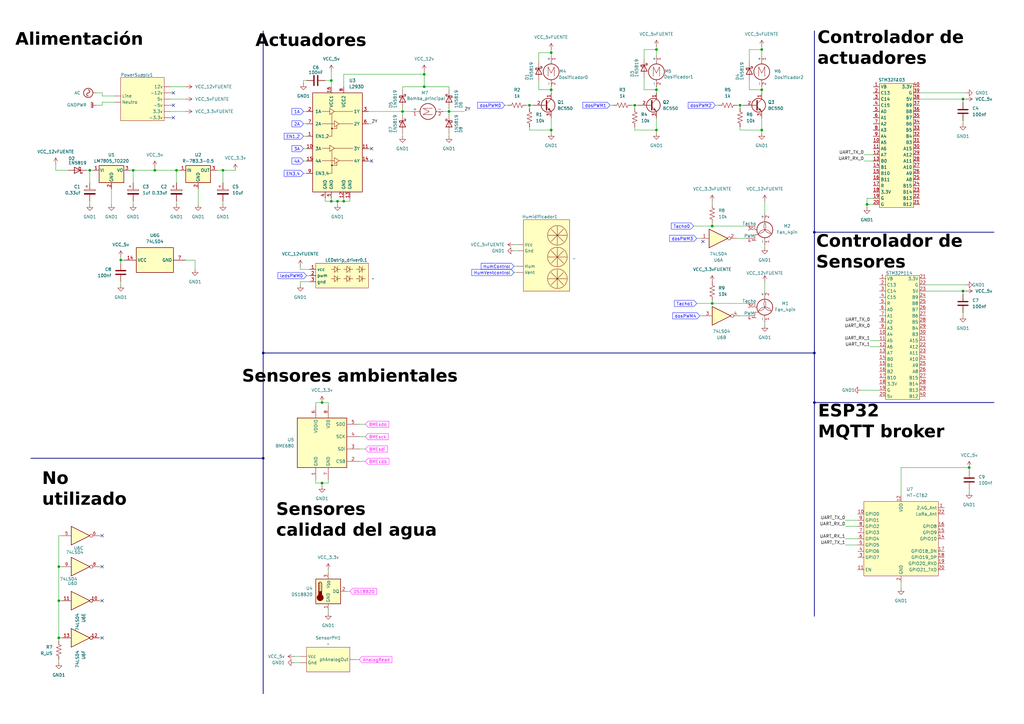
<source format=kicad_sch>
(kicad_sch (version 20231120) (generator "eeschema") (generator_version "8.0")
  (paper "A3")
  (lib_symbols
    (symbol "74xx:74LS04"
      (property "Reference" "U" (at 0 1.27 0))
      (property "Value" "74LS04" (at 0 -1.27 0))
      (symbol "74LS04_1_0"
        (pin input line (at -7.62 0 0) (length 3.81) (name "~") (number "1"))
        (pin output inverted (at 7.62 0 180) (length 3.81) (name "~") (number "2"))
      )
      (symbol "74LS04_2_0"
        (pin input line (at -7.62 0 0) (length 3.81) (name "~") (number "3"))
        (pin output inverted (at 7.62 0 180) (length 3.81) (name "~") (number "4"))
      )
      (symbol "74LS04_3_0"
        (pin input line (at -7.62 0 0) (length 3.81) (name "~") (number "5"))
        (pin output inverted (at 7.62 0 180) (length 3.81) (name "~") (number "6"))
      )
      (symbol "74LS04_4_0"
        (pin output inverted (at 7.62 0 180) (length 3.81) (name "~") (number "8"))
        (pin input line (at -7.62 0 0) (length 3.81) (name "~") (number "9"))
      )
      (symbol "74LS04_5_0"
        (pin output inverted (at 7.62 0 180) (length 3.81) (name "~") (number "10"))
        (pin input line (at -7.62 0 0) (length 3.81) (name "~") (number "11"))
      )
      (symbol "74LS04_6_0"
        (pin output inverted (at 7.62 0 180) (length 3.81) (name "~") (number "12"))
        (pin input line (at -7.62 0 0) (length 3.81) (name "~") (number "13"))
      )
      (symbol "74LS04_7_0"
        (pin power_in line (at 0 12.7 270) (length 5.08) (name "VCC") (number "14"))
        (pin power_in line (at 0 -12.7 90) (length 5.08) (name "GND") (number "7"))
      )
    )
    (symbol "Device:C" (pin_numbers hide) (pin_names (offset 0.254))
      (property "Reference" "C" (at 0.635 2.54 0))
      (property "Value" "C" (at 0.635 -2.54 0))
      (symbol "C_1_1"
        (pin passive line (at 0 3.81 270) (length 2.794) (name "~") (number "1"))
        (pin passive line (at 0 -3.81 90) (length 2.794) (name "~") (number "2"))
      )
    )
    (symbol "Device:C_Polarized" (pin_numbers hide) (pin_names (offset 0.254))
      (property "Reference" "C" (at 0.635 2.54 0))
      (property "Value" "C_Polarized" (at 0.635 -2.54 0))
      (symbol "C_Polarized_1_1"
        (pin passive line (at 0 3.81 270) (length 2.794) (name "~") (number "1"))
        (pin passive line (at 0 -3.81 90) (length 2.794) (name "~") (number "2"))
      )
    )
    (symbol "Device:R_US" (pin_numbers hide) (pin_names (offset 0))
      (property "Reference" "R" (at 2.54 0 90))
      (property "Value" "R_US" (at -2.54 0 90))
      (symbol "R_US_1_1"
        (pin passive line (at 0 3.81 270) (length 1.27) (name "~") (number "1"))
        (pin passive line (at 0 -3.81 90) (length 1.27) (name "~") (number "2"))
      )
    )
    (symbol "Diode:1N5819" (pin_numbers hide) (pin_names (offset 1.016) hide)
      (property "Reference" "D" (at 0 2.54 0))
      (property "Value" "1N5819" (at 0 -2.54 0))
      (symbol "1N5819_1_1"
        (pin passive line (at -3.81 0 0) (length 2.54) (name "K") (number "1"))
        (pin passive line (at 3.81 0 180) (length 2.54) (name "A") (number "2"))
      )
    )
    (symbol "Driver_Motor:L293D" (pin_names (offset 1.016))
      (property "Reference" "U" (at -5.08 26.035 0))
      (property "Value" "L293D" (at -5.08 24.13 0))
      (symbol "L293D_1_1"
        (pin input line (at -12.7 5.08 0) (length 2.54) (name "EN1,2") (number "1"))
        (pin input line (at -12.7 0 0) (length 2.54) (name "3A") (number "10"))
        (pin output line (at 12.7 0 180) (length 2.54) (name "3Y") (number "11"))
        (pin power_in line (at 2.54 -20.32 90) (length 2.54) (name "GND") (number "12"))
        (pin power_in line (at 5.08 -20.32 90) (length 2.54) (name "GND") (number "13"))
        (pin output line (at 12.7 -5.08 180) (length 2.54) (name "4Y") (number "14"))
        (pin input line (at -12.7 -5.08 0) (length 2.54) (name "4A") (number "15"))
        (pin power_in line (at -2.54 25.4 270) (length 2.54) (name "VCC1") (number "16"))
        (pin input line (at -12.7 15.24 0) (length 2.54) (name "1A") (number "2"))
        (pin output line (at 12.7 15.24 180) (length 2.54) (name "1Y") (number "3"))
        (pin power_in line (at -5.08 -20.32 90) (length 2.54) (name "GND") (number "4"))
        (pin power_in line (at -2.54 -20.32 90) (length 2.54) (name "GND") (number "5"))
        (pin output line (at 12.7 10.16 180) (length 2.54) (name "2Y") (number "6"))
        (pin input line (at -12.7 10.16 0) (length 2.54) (name "2A") (number "7"))
        (pin power_in line (at 2.54 25.4 270) (length 2.54) (name "VCC2") (number "8"))
        (pin input line (at -12.7 -10.16 0) (length 2.54) (name "EN3,4") (number "9"))
      )
    )
    (symbol "Motor:Fan_4pin" (pin_names (offset 0))
      (property "Reference" "M" (at 2.54 5.08 0))
      (property "Value" "Fan_4pin" (at 2.54 -2.54 0))
      (symbol "Fan_4pin_1_1"
        (pin passive line (at 0 -5.08 90) (length 2.54) (name "-") (number "1"))
        (pin passive line (at 0 7.62 270) (length 2.54) (name "+") (number "2"))
        (pin passive line (at -7.62 2.54 0) (length 2.54) (name "Tacho") (number "3"))
        (pin input line (at -7.62 -2.54 0) (length 2.54) (name "PWM") (number "4"))
      )
    )
    (symbol "Motor:Motor_DC" (pin_names (offset 0))
      (property "Reference" "M" (at 2.54 2.54 0))
      (property "Value" "Motor_DC" (at 2.54 -5.08 0))
      (symbol "Motor_DC_1_1"
        (pin passive line (at 0 5.08 270) (length 2.54) (name "+") (number "1"))
        (pin passive line (at 0 -7.62 90) (length 2.54) (name "-") (number "2"))
      )
    )
    (symbol "RF_Module:HT-CT62"
      (property "Reference" "U" (at 0 0 0))
      (property "Value" "HT-CT62" (at 10.16 17.78 0))
      (symbol "HT-CT62_1_1"
        (pin bidirectional line (at 17.78 12.7 180) (length 2.54) (name "2.4G_Ant") (number "1"))
        (pin bidirectional line (at -17.78 10.16 0) (length 2.54) (name "GPIO0") (number "10"))
        (pin input line (at -17.78 -12.7 0) (length 2.54) (name "EN") (number "11"))
        (pin power_in line (at 0 17.78 270) (length 2.54) (name "VDD") (number "12"))
        (pin passive line (at 0 -17.78 90) (length 2.54) hide (name "GND") (number "13"))
        (pin bidirectional line (at 17.78 0 180) (length 2.54) (name "GPIO10") (number "14"))
        (pin bidirectional line (at 17.78 2.54 180) (length 2.54) (name "GPIO9") (number "15"))
        (pin bidirectional line (at 17.78 5.08 180) (length 2.54) (name "GPIO8") (number "16"))
        (pin bidirectional line (at 17.78 -5.08 180) (length 2.54) (name "GPIO18_DN") (number "17"))
        (pin bidirectional line (at 17.78 -7.62 180) (length 2.54) (name "GPIO19_DP") (number "18"))
        (pin bidirectional line (at 17.78 -10.16 180) (length 2.54) (name "GPIO20_RXD") (number "19"))
        (pin power_in line (at 0 -17.78 90) (length 2.54) (name "GND") (number "2"))
        (pin bidirectional line (at 17.78 -12.7 180) (length 2.54) (name "GPIO21_TXD") (number "20"))
        (pin passive line (at 0 -17.78 90) (length 2.54) hide (name "GND") (number "21"))
        (pin bidirectional line (at 17.78 10.16 180) (length 2.54) (name "LoRa_Ant") (number "22"))
        (pin bidirectional line (at -17.78 -7.62 0) (length 2.54) (name "GPIO7") (number "3"))
        (pin bidirectional line (at -17.78 -5.08 0) (length 2.54) (name "GPIO6") (number "4"))
        (pin bidirectional line (at -17.78 -2.54 0) (length 2.54) (name "GPIO5") (number "5"))
        (pin bidirectional line (at -17.78 0 0) (length 2.54) (name "GPIO4") (number "6"))
        (pin bidirectional line (at -17.78 2.54 0) (length 2.54) (name "GPIO3") (number "7"))
        (pin bidirectional line (at -17.78 5.08 0) (length 2.54) (name "GPIO2") (number "8"))
        (pin bidirectional line (at -17.78 7.62 0) (length 2.54) (name "GPIO1") (number "9"))
      )
    )
    (symbol "Regulator_Linear:LM7805_TO220" (pin_names (offset 0.254))
      (property "Reference" "U" (at -3.81 3.175 0))
      (property "Value" "LM7805_TO220" (at 0 3.175 0))
      (symbol "LM7805_TO220_1_1"
        (pin power_in line (at -7.62 0 0) (length 2.54) (name "VI") (number "1"))
        (pin power_in line (at 0 -7.62 90) (length 2.54) (name "GND") (number "2"))
        (pin power_out line (at 7.62 0 180) (length 2.54) (name "VO") (number "3"))
      )
    )
    (symbol "Regulator_Switching:R-783.3-0.5" (pin_names (offset 0.254))
      (property "Reference" "U" (at -3.81 3.175 0))
      (property "Value" "R-783.3-0.5" (at 0 3.175 0))
      (symbol "R-783.3-0.5_1_1"
        (pin power_in line (at -7.62 0 0) (length 2.54) (name "IN") (number "1"))
        (pin power_in line (at 0 -7.62 90) (length 2.54) (name "GND") (number "2"))
        (pin power_out line (at 7.62 0 180) (length 2.54) (name "OUT") (number "3"))
      )
    )
    (symbol "Sensor:BME680"
      (property "Reference" "U" (at -8.89 11.43 0))
      (property "Value" "BME680" (at 7.62 11.43 0))
      (symbol "BME680_1_1"
        (pin power_in line (at -2.54 -15.24 90) (length 5.08) (name "GND") (number "1"))
        (pin input line (at 15.24 -7.62 180) (length 5.08) (name "CSB") (number "2"))
        (pin bidirectional line (at 15.24 -2.54 180) (length 5.08) (name "SDI") (number "3"))
        (pin input line (at 15.24 2.54 180) (length 5.08) (name "SCK") (number "4"))
        (pin bidirectional line (at 15.24 7.62 180) (length 5.08) (name "SDO") (number "5"))
        (pin power_in line (at -2.54 15.24 270) (length 5.08) (name "VDDIO") (number "6"))
        (pin power_in line (at 2.54 -15.24 90) (length 5.08) (name "GND") (number "7"))
        (pin power_in line (at 2.54 15.24 270) (length 5.08) (name "VDD") (number "8"))
      )
    )
    (symbol "Sensor_Temperature:DS18B20"
      (property "Reference" "U" (at -3.81 6.35 0))
      (property "Value" "DS18B20" (at 6.35 6.35 0))
      (symbol "DS18B20_1_1"
        (pin power_in line (at 0 -7.62 90) (length 2.54) (name "GND") (number "1"))
        (pin bidirectional line (at 7.62 0 180) (length 2.54) (name "DQ") (number "2"))
        (pin power_in line (at 0 7.62 270) (length 2.54) (name "V_{DD}") (number "3"))
      )
    )
    (symbol "Transistor_BJT:BC550" (pin_names (offset 0) hide)
      (property "Reference" "Q" (at 5.08 1.905 0))
      (property "Value" "BC550" (at 5.08 0 0))
      (symbol "BC550_1_1"
        (pin passive line (at 2.54 5.08 270) (length 2.54) (name "C") (number "1"))
        (pin input line (at -5.08 0 0) (length 5.08) (name "B") (number "2"))
        (pin passive line (at 2.54 -5.08 90) (length 2.54) (name "E") (number "3"))
      )
    )
    (symbol "blackpill:STM32F144"
      (property "Reference" "MCU" (at 0 0 0))
      (symbol "STM32F144_1_1"
        (pin power_in line (at -8.89 -2.54 0) (length 2.54) (name "VB") (number "1"))
        (pin bidirectional line (at -8.89 -25.4 0) (length 2.54) (name "A4") (number "10"))
        (pin bidirectional line (at -8.89 -27.94 0) (length 2.54) (name "A5") (number "11"))
        (pin bidirectional line (at -8.89 -30.48 0) (length 2.54) (name "A6") (number "12"))
        (pin bidirectional line (at -8.89 -33.02 0) (length 2.54) (name "A7") (number "13"))
        (pin bidirectional line (at -8.89 -35.56 0) (length 2.54) (name "B0") (number "14"))
        (pin bidirectional line (at -8.89 -38.1 0) (length 2.54) (name "B1") (number "15"))
        (pin bidirectional line (at -8.89 -40.64 0) (length 2.54) (name "B2") (number "16"))
        (pin bidirectional line (at -8.89 -43.18 0) (length 2.54) (name "B10") (number "17"))
        (pin power_in line (at -8.89 -45.72 0) (length 2.54) (name "3.3V") (number "18"))
        (pin power_in line (at -8.89 -48.26 0) (length 2.54) (name "G") (number "19"))
        (pin bidirectional line (at -8.89 -5.08 0) (length 2.54) (name "C13") (number "2"))
        (pin power_in line (at -8.89 -50.8 0) (length 2.54) (name "5v") (number "20"))
        (pin power_in line (at 10.16 -2.54 180) (length 2.54) (name "3.3V") (number "21"))
        (pin bidirectional line (at 10.16 -27.94 180) (length 2.54) (name "A15") (number "21"))
        (pin bidirectional line (at 10.16 -30.48 180) (length 2.54) (name "A12") (number "22"))
        (pin power_in line (at 10.16 -5.08 180) (length 2.54) (name "G") (number "22"))
        (pin power_in line (at 10.16 -7.62 180) (length 2.54) (name "5V") (number "23"))
        (pin bidirectional line (at 10.16 -33.02 180) (length 2.54) (name "A11") (number "23"))
        (pin bidirectional line (at 10.16 -35.56 180) (length 2.54) (name "A10") (number "24"))
        (pin bidirectional line (at 10.16 -10.16 180) (length 2.54) (name "B9") (number "24"))
        (pin bidirectional line (at 10.16 -38.1 180) (length 2.54) (name "A9") (number "25"))
        (pin bidirectional line (at 10.16 -12.7 180) (length 2.54) (name "B8") (number "25"))
        (pin bidirectional line (at 10.16 -40.64 180) (length 2.54) (name "A8") (number "26"))
        (pin bidirectional line (at 10.16 -15.24 180) (length 2.54) (name "B7") (number "26"))
        (pin bidirectional line (at 10.16 -43.18 180) (length 2.54) (name "B15") (number "27"))
        (pin bidirectional line (at 10.16 -17.78 180) (length 2.54) (name "B6") (number "27"))
        (pin bidirectional line (at 10.16 -45.72 180) (length 2.54) (name "B14") (number "28"))
        (pin bidirectional line (at 10.16 -20.32 180) (length 2.54) (name "B5") (number "28"))
        (pin bidirectional line (at 10.16 -48.26 180) (length 2.54) (name "B13") (number "29"))
        (pin bidirectional line (at 10.16 -22.86 180) (length 2.54) (name "B4") (number "29"))
        (pin bidirectional line (at -8.89 -7.62 0) (length 2.54) (name "C14") (number "3"))
        (pin bidirectional line (at 10.16 -25.4 180) (length 2.54) (name "B3") (number "30"))
        (pin bidirectional line (at -8.89 -10.16 0) (length 2.54) (name "C15") (number "4"))
        (pin bidirectional line (at 10.16 -50.8 180) (length 2.54) (name "B12") (number "40"))
        (pin input line (at -8.89 -12.7 0) (length 2.54) (name "R") (number "5"))
        (pin bidirectional line (at -8.89 -15.24 0) (length 2.54) (name "A0") (number "6"))
        (pin bidirectional line (at -8.89 -17.78 0) (length 2.54) (name "A1") (number "7"))
        (pin bidirectional line (at -8.89 -20.32 0) (length 2.54) (name "A2") (number "8"))
        (pin bidirectional line (at -8.89 -22.86 0) (length 2.54) (name "A3") (number "9"))
      )
    )
    (symbol "bluepill:STM32F103C8T6_bluepill"
      (property "Reference" "bluepill1" (at 1.905 24.13 0))
      (property "Value" "~" (at 1.905 21.59 0))
      (symbol "STM32F103C8T6_bluepill_1_1"
        (pin power_in line (at -7.62 19.05 0) (length 2.54) (name "VB") (number "1"))
        (pin bidirectional line (at -7.62 -3.81 0) (length 2.54) (name "A5") (number "10"))
        (pin bidirectional line (at -7.62 -6.35 0) (length 2.54) (name "A6") (number "11"))
        (pin bidirectional line (at -7.62 -8.89 0) (length 2.54) (name "A7") (number "12"))
        (pin bidirectional line (at -7.62 -11.43 0) (length 2.54) (name "B0") (number "13"))
        (pin bidirectional line (at -7.62 -13.97 0) (length 2.54) (name "B1") (number "14"))
        (pin bidirectional line (at -7.62 -16.51 0) (length 2.54) (name "B10") (number "15"))
        (pin bidirectional line (at -7.62 -19.05 0) (length 2.54) (name "B11") (number "16"))
        (pin input line (at -7.62 -21.59 0) (length 2.54) (name "R") (number "17"))
        (pin power_in line (at -7.62 -24.13 0) (length 2.54) (name "3.3V") (number "18"))
        (pin power_in line (at -7.62 -26.67 0) (length 2.54) (name "G") (number "19"))
        (pin bidirectional line (at -7.62 16.51 0) (length 2.54) (name "C13") (number "2"))
        (pin power_in line (at -7.62 -29.21 0) (length 2.54) (name "G") (number "20"))
        (pin bidirectional line (at 11.43 -29.21 180) (length 2.54) (name "B12") (number "21"))
        (pin bidirectional line (at 11.43 -26.67 180) (length 2.54) (name "B13") (number "22"))
        (pin bidirectional line (at 11.43 -24.13 180) (length 2.54) (name "B14") (number "23"))
        (pin bidirectional line (at 11.43 -21.59 180) (length 2.54) (name "B15") (number "24"))
        (pin bidirectional line (at 11.43 -19.05 180) (length 2.54) (name "A8") (number "25"))
        (pin bidirectional line (at 11.43 -16.51 180) (length 2.54) (name "A9") (number "26"))
        (pin bidirectional line (at 11.43 -13.97 180) (length 2.54) (name "A10") (number "27"))
        (pin bidirectional line (at 11.43 -11.43 180) (length 2.54) (name "A11") (number "28"))
        (pin bidirectional line (at 11.43 -8.89 180) (length 2.54) (name "A12") (number "29"))
        (pin bidirectional line (at -7.62 13.97 0) (length 2.54) (name "C14") (number "3"))
        (pin bidirectional line (at 11.43 -6.35 180) (length 2.54) (name "A15") (number "30"))
        (pin bidirectional line (at 11.43 -3.81 180) (length 2.54) (name "B3") (number "31"))
        (pin bidirectional line (at 11.43 -1.27 180) (length 2.54) (name "B4") (number "32"))
        (pin bidirectional line (at 11.43 1.27 180) (length 2.54) (name "B5") (number "33"))
        (pin bidirectional line (at 11.43 3.81 180) (length 2.54) (name "B6") (number "34"))
        (pin bidirectional line (at 11.43 6.35 180) (length 2.54) (name "B7") (number "35"))
        (pin bidirectional line (at 11.43 8.89 180) (length 2.54) (name "B8") (number "36"))
        (pin bidirectional line (at 11.43 11.43 180) (length 2.54) (name "B9") (number "37"))
        (pin power_in line (at 11.43 13.97 180) (length 2.54) (name "5V") (number "38"))
        (pin power_in line (at 11.43 16.51 180) (length 2.54) (name "G") (number "39"))
        (pin bidirectional line (at -7.62 11.43 0) (length 2.54) (name "C15") (number "4"))
        (pin power_in line (at 11.43 19.05 180) (length 2.54) (name "3.3V") (number "40"))
        (pin bidirectional line (at -7.62 8.89 0) (length 2.54) (name "A0") (number "5"))
        (pin bidirectional line (at -7.62 6.35 0) (length 2.54) (name "A1") (number "6"))
        (pin bidirectional line (at -7.62 3.81 0) (length 2.54) (name "A2") (number "7"))
        (pin bidirectional line (at -7.62 1.27 0) (length 2.54) (name "A3") (number "8"))
        (pin bidirectional line (at -7.62 -1.27 0) (length 2.54) (name "A4") (number "9"))
      )
    )
    (symbol "power:AC" (power) (pin_numbers hide) (pin_names (offset 0) hide)
      (property "Value" "AC" (at 0 6.35 0))
      (symbol "AC_1_1"
        (pin power_in line (at 0 0 90) (length 0) (name "~") (number "1"))
      )
    )
    (symbol "power:GND1" (power) (pin_numbers hide) (pin_names (offset 0) hide)
      (property "Value" "GND1" (at 0 -3.81 0))
      (symbol "GND1_1_1"
        (pin power_in line (at 0 0 270) (length 0) (name "~") (number "1"))
      )
    )
    (symbol "power:GNDPWR" (power) (pin_numbers hide) (pin_names (offset 0) hide)
      (property "Value" "GNDPWR" (at 0 -3.302 0))
      (symbol "GNDPWR_1_1"
        (pin power_in line (at 0 0 270) (length 0) (name "~") (number "1"))
      )
    )
    (symbol "power:VCC" (power) (pin_numbers hide) (pin_names (offset 0) hide)
      (property "Value" "VCC" (at 0 3.556 0))
      (symbol "VCC_1_1"
        (pin power_in line (at 0 0 90) (length 0) (name "~") (number "1"))
      )
    )
    (symbol "proyectoLechuga:DriverLEDsV0.0"
      (property "Reference" "LEDstrip_driver0.0" (at 3.048 -0.254 0))
      (symbol "DriverLEDsV0.0_1_1"
        (pin power_in line (at -10.16 -3.81 0) (length 2.54) (name "vcc") (number "1"))
        (pin input line (at -10.16 -6.35 0) (length 2.54) (name "pwm") (number "2"))
        (pin power_in line (at -10.16 -8.89 0) (length 2.54) (name "gnd") (number "3"))
      )
    )
    (symbol "proyectoLechuga:FuenteAlimentación0.0"
      (property "Reference" "PowerSupply" (at 0 -1.524 0))
      (symbol "FuenteAlimentación0.0_1_1"
        (pin output line (at 13.97 -6.35 180) (length 2.54) (name "-12v") (number ""))
        (pin output line (at 13.97 -16.51 180) (length 2.54) (name "-3.3v") (number ""))
        (pin output line (at 13.97 -11.43 180) (length 2.54) (name "-5v") (number ""))
        (pin output line (at 13.97 -3.81 180) (length 2.54) (name "12v") (number ""))
        (pin output line (at 13.97 -13.97 180) (length 2.54) (name "3.3v") (number ""))
        (pin output line (at 13.97 -8.89 180) (length 2.54) (name "5v") (number ""))
        (pin power_in line (at -8.89 -7.62 0) (length 2.54) (name "Line") (number ""))
        (pin power_in line (at -8.89 -10.16 0) (length 2.54) (name "Neutro") (number ""))
      )
    )
    (symbol "proyectoLechuga:Humidificadores-Ventilador"
      (property "Reference" "Humidificador" (at 0.508 -0.254 0))
      (symbol "Humidificadores-Ventilador_1_1"
        (pin power_in line (at -8.89 -11.43 0) (length 2.54) (name "Gnd") (number ""))
        (pin input line (at -8.89 -17.78 0) (length 2.54) (name "Hum") (number ""))
        (pin power_in line (at -8.89 -8.89 0) (length 2.54) (name "Vcc") (number ""))
        (pin input line (at -8.89 -20.32 0) (length 2.54) (name "Vent") (number ""))
      )
    )
    (symbol "proyectoLechuga:PHsensorModulo0.0"
      (property "Reference" "SensorPH" (at 0 -1.27 0))
      (symbol "PHsensorModulo0.0_1_1"
        (pin power_in line (at -11.43 -6.35 0) (length 2.54) (name "Gnd") (number ""))
        (pin power_in line (at -11.43 -3.81 0) (length 2.54) (name "Vcc") (number ""))
        (pin output line (at 11.43 -5.08 180) (length 2.54) (name "phAnalogOut") (number ""))
      )
    )
  )
  (junction (at 107.95 187.96))
  (junction (at 173.99 30.48))
  (junction (at 135.89 33.02))
  (junction (at 72.39 69.85))
  (junction (at 24.13 261.62))
  (junction (at 24.13 232.41))
  (junction (at 292.1 124.46))
  (junction (at 165.1 45.72))
  (junction (at 394.97 119.38))
  (junction (at 394.97 40.64))
  (junction (at 132.08 198.12))
  (junction (at 226.06 53.34))
  (junction (at 138.43 82.55))
  (junction (at 269.24 36.83))
  (junction (at 312.42 36.83))
  (junction (at 135.89 82.55))
  (junction (at 49.53 106.68))
  (junction (at 334.01 165.1))
  (junction (at 269.24 20.32))
  (junction (at 397.51 191.77))
  (junction (at 260.35 43.18))
  (junction (at 312.42 20.32))
  (junction (at 132.08 165.1))
  (junction (at 140.97 82.55))
  (junction (at 184.15 45.72))
  (junction (at 355.6 83.82))
  (junction (at 63.5 69.85))
  (junction (at 36.83 69.85))
  (junction (at 226.06 36.83))
  (junction (at 269.24 53.34))
  (junction (at 54.61 69.85))
  (junction (at 334.01 144.78))
  (junction (at 107.95 144.78))
  (junction (at 334.01 95.25))
  (junction (at 312.42 53.34))
  (junction (at 292.1 92.71))
  (junction (at 24.13 246.38))
  (junction (at 173.99 35.56))
  (junction (at 303.53 43.18))
  (junction (at 226.06 21.59))
  (junction (at 91.44 69.85))
  (junction (at 217.17 43.18))
  (no_connect (at 71.12 38.1))
  (no_connect (at 71.12 43.18))
  (no_connect (at 152.4 66.04))
  (no_connect (at 41.91 261.62))
  (no_connect (at 288.29 99.06))
  (no_connect (at 41.91 232.41))
  (no_connect (at 41.91 246.38))
  (no_connect (at 41.91 219.71))
  (no_connect (at 71.12 48.26))
  (no_connect (at 152.4 60.96))
  (wire (pts (xy 356.87 142.24) (xy 360.68 142.24)))
  (wire (pts (xy 220.98 21.59) (xy 226.06 21.59)))
  (wire (pts (xy 41.91 39.37) (xy 41.91 38.1)))
  (wire (pts (xy 312.42 53.34) (xy 312.42 48.26)))
  (wire (pts (xy 302.26 43.18) (xy 303.53 43.18)))
  (bus (pts (xy 334.01 165.1) (xy 334.01 252.73)))
  (wire (pts (xy 379.73 119.38) (xy 394.97 119.38)))
  (wire (pts (xy 292.1 123.19) (xy 292.1 124.46)))
  (wire (pts (xy 307.34 36.83) (xy 312.42 36.83)))
  (wire (pts (xy 312.42 19.05) (xy 312.42 20.32)))
  (wire (pts (xy 133.35 33.02) (xy 135.89 33.02)))
  (wire (pts (xy 127 115.57) (xy 123.19 115.57)))
  (wire (pts (xy 54.61 82.55) (xy 54.61 83.82)))
  (wire (pts (xy 264.16 31.75) (xy 264.16 36.83)))
  (wire (pts (xy 215.9 43.18) (xy 217.17 43.18)))
  (wire (pts (xy 151.13 45.72) (xy 165.1 45.72)))
  (wire (pts (xy 124.46 50.8) (xy 125.73 50.8)))
  (wire (pts (xy 132.08 165.1) (xy 134.62 165.1)))
  (wire (pts (xy 133.35 81.28) (xy 133.35 82.55)))
  (wire (pts (xy 36.83 69.85) (xy 36.83 74.93)))
  (wire (pts (xy 226.06 48.26) (xy 226.06 53.34)))
  (wire (pts (xy 184.15 54.61) (xy 184.15 55.88)))
  (wire (pts (xy 138.43 82.55) (xy 140.97 82.55)))
  (bus (pts (xy 107.95 144.78) (xy 334.01 144.78)))
  (bus (pts (xy 107.95 144.78) (xy 107.95 187.96)))
  (wire (pts (xy 260.35 43.18) (xy 260.35 44.45)))
  (wire (pts (xy 226.06 54.61) (xy 226.06 53.34)))
  (wire (pts (xy 123.19 109.22) (xy 123.19 110.49)))
  (wire (pts (xy 220.98 36.83) (xy 226.06 36.83)))
  (wire (pts (xy 210.82 102.87) (xy 212.09 102.87)))
  (wire (pts (xy 25.4 261.62) (xy 24.13 261.62)))
  (wire (pts (xy 146.05 270.51) (xy 147.32 270.51)))
  (wire (pts (xy 124.46 55.88) (xy 125.73 55.88)))
  (wire (pts (xy 184.15 44.45) (xy 184.15 45.72)))
  (wire (pts (xy 124.46 71.12) (xy 125.73 71.12)))
  (wire (pts (xy 210.82 111.76) (xy 212.09 111.76)))
  (wire (pts (xy 36.83 82.55) (xy 36.83 83.82)))
  (wire (pts (xy 346.71 220.98) (xy 351.79 220.98)))
  (wire (pts (xy 124.46 33.02) (xy 124.46 34.29)))
  (wire (pts (xy 124.46 60.96) (xy 125.73 60.96)))
  (wire (pts (xy 220.98 33.02) (xy 220.98 36.83)))
  (bus (pts (xy 107.95 187.96) (xy 107.95 284.48)))
  (wire (pts (xy 54.61 69.85) (xy 54.61 74.93)))
  (wire (pts (xy 313.69 115.57) (xy 313.69 119.38)))
  (wire (pts (xy 396.24 40.64) (xy 394.97 40.64)))
  (wire (pts (xy 135.89 29.21) (xy 135.89 33.02)))
  (wire (pts (xy 260.35 53.34) (xy 269.24 53.34)))
  (wire (pts (xy 124.46 66.04) (xy 125.73 66.04)))
  (wire (pts (xy 129.54 165.1) (xy 132.08 165.1)))
  (wire (pts (xy 72.39 82.55) (xy 72.39 83.82)))
  (wire (pts (xy 133.35 82.55) (xy 135.89 82.55)))
  (wire (pts (xy 397.51 201.93) (xy 397.51 200.66)))
  (wire (pts (xy 226.06 35.56) (xy 226.06 36.83)))
  (wire (pts (xy 353.06 160.02) (xy 360.68 160.02)))
  (wire (pts (xy 76.2 106.68) (xy 80.01 106.68)))
  (wire (pts (xy 173.99 30.48) (xy 173.99 35.56)))
  (wire (pts (xy 22.86 67.31) (xy 22.86 69.85)))
  (wire (pts (xy 394.97 120.65) (xy 394.97 119.38)))
  (wire (pts (xy 165.1 35.56) (xy 165.1 36.83)))
  (wire (pts (xy 394.97 129.54) (xy 394.97 128.27)))
  (wire (pts (xy 354.33 66.04) (xy 358.14 66.04)))
  (wire (pts (xy 226.06 38.1) (xy 226.06 36.83)))
  (wire (pts (xy 269.24 36.83) (xy 269.24 38.1)))
  (wire (pts (xy 264.16 20.32) (xy 269.24 20.32)))
  (wire (pts (xy 269.24 53.34) (xy 269.24 54.61)))
  (wire (pts (xy 220.98 25.4) (xy 220.98 21.59)))
  (wire (pts (xy 24.13 232.41) (xy 25.4 232.41)))
  (wire (pts (xy 307.34 33.02) (xy 307.34 36.83)))
  (wire (pts (xy 134.62 233.68) (xy 134.62 234.95)))
  (wire (pts (xy 269.24 20.32) (xy 269.24 22.86)))
  (wire (pts (xy 41.91 261.62) (xy 40.64 261.62)))
  (bus (pts (xy 334.01 95.25) (xy 334.01 144.78)))
  (wire (pts (xy 147.32 173.99) (xy 149.86 173.99)))
  (wire (pts (xy 303.53 52.07) (xy 303.53 53.34)))
  (wire (pts (xy 354.33 63.5) (xy 358.14 63.5)))
  (wire (pts (xy 147.32 189.23) (xy 149.86 189.23)))
  (wire (pts (xy 123.19 115.57) (xy 123.19 116.84)))
  (wire (pts (xy 25.4 246.38) (xy 24.13 246.38)))
  (wire (pts (xy 377.19 40.64) (xy 394.97 40.64)))
  (wire (pts (xy 134.62 250.19) (xy 134.62 251.46)))
  (wire (pts (xy 152.4 60.96) (xy 151.13 60.96)))
  (wire (pts (xy 71.12 48.26) (xy 69.85 48.26)))
  (bus (pts (xy 334.01 144.78) (xy 334.01 165.1)))
  (wire (pts (xy 369.57 238.76) (xy 369.57 241.3)))
  (wire (pts (xy 184.15 45.72) (xy 190.5 45.72)))
  (wire (pts (xy 132.08 198.12) (xy 134.62 198.12)))
  (wire (pts (xy 210.82 100.33) (xy 212.09 100.33)))
  (wire (pts (xy 312.42 35.56) (xy 312.42 36.83)))
  (wire (pts (xy 287.02 129.54) (xy 288.29 129.54)))
  (wire (pts (xy 217.17 43.18) (xy 217.17 44.45)))
  (wire (pts (xy 184.15 35.56) (xy 184.15 36.83)))
  (wire (pts (xy 307.34 20.32) (xy 307.34 25.4)))
  (wire (pts (xy 173.99 35.56) (xy 184.15 35.56)))
  (wire (pts (xy 138.43 82.55) (xy 138.43 83.82)))
  (wire (pts (xy 39.37 43.18) (xy 41.91 43.18)))
  (wire (pts (xy 269.24 48.26) (xy 269.24 53.34)))
  (wire (pts (xy 140.97 81.28) (xy 140.97 82.55)))
  (wire (pts (xy 302.26 97.79) (xy 306.07 97.79)))
  (wire (pts (xy 396.24 119.38) (xy 394.97 119.38)))
  (wire (pts (xy 24.13 261.62) (xy 24.13 262.89)))
  (wire (pts (xy 69.85 45.72) (xy 76.2 45.72)))
  (wire (pts (xy 73.66 69.85) (xy 72.39 69.85)))
  (wire (pts (xy 49.53 106.68) (xy 49.53 105.41)))
  (wire (pts (xy 303.53 43.18) (xy 303.53 44.45)))
  (wire (pts (xy 356.87 139.7) (xy 360.68 139.7)))
  (wire (pts (xy 284.48 92.71) (xy 292.1 92.71)))
  (wire (pts (xy 250.19 43.18) (xy 251.46 43.18)))
  (wire (pts (xy 217.17 43.18) (xy 218.44 43.18)))
  (wire (pts (xy 355.6 83.82) (xy 355.6 85.09)))
  (bus (pts (xy 334.01 165.1) (xy 407.67 165.1)))
  (wire (pts (xy 140.97 30.48) (xy 173.99 30.48)))
  (wire (pts (xy 165.1 45.72) (xy 168.91 45.72)))
  (wire (pts (xy 313.69 100.33) (xy 313.69 101.6)))
  (wire (pts (xy 140.97 35.56) (xy 140.97 30.48)))
  (wire (pts (xy 292.1 124.46) (xy 306.07 124.46)))
  (wire (pts (xy 49.53 116.84) (xy 49.53 115.57)))
  (wire (pts (xy 50.8 106.68) (xy 49.53 106.68)))
  (wire (pts (xy 71.12 43.18) (xy 69.85 43.18)))
  (wire (pts (xy 303.53 129.54) (xy 306.07 129.54)))
  (wire (pts (xy 165.1 54.61) (xy 165.1 55.88)))
  (bus (pts (xy 12.7 187.96) (xy 107.95 187.96)))
  (wire (pts (xy 134.62 166.37) (xy 134.62 165.1)))
  (wire (pts (xy 313.69 82.55) (xy 313.69 87.63)))
  (wire (pts (xy 173.99 29.21) (xy 173.99 30.48)))
  (wire (pts (xy 152.4 66.04) (xy 151.13 66.04)))
  (wire (pts (xy 24.13 270.51) (xy 24.13 271.78)))
  (wire (pts (xy 259.08 43.18) (xy 260.35 43.18)))
  (wire (pts (xy 369.57 191.77) (xy 397.51 191.77)))
  (bus (pts (xy 334.01 12.7) (xy 334.01 95.25)))
  (wire (pts (xy 260.35 43.18) (xy 261.62 43.18)))
  (wire (pts (xy 35.56 69.85) (xy 36.83 69.85)))
  (wire (pts (xy 54.61 69.85) (xy 63.5 69.85)))
  (wire (pts (xy 147.32 184.15) (xy 149.86 184.15)))
  (wire (pts (xy 210.82 109.22) (xy 212.09 109.22)))
  (wire (pts (xy 38.1 69.85) (xy 36.83 69.85)))
  (wire (pts (xy 181.61 45.72) (xy 184.15 45.72)))
  (wire (pts (xy 132.08 198.12) (xy 132.08 199.39)))
  (wire (pts (xy 369.57 191.77) (xy 369.57 203.2)))
  (wire (pts (xy 264.16 24.13) (xy 264.16 20.32)))
  (wire (pts (xy 346.71 215.9) (xy 351.79 215.9)))
  (wire (pts (xy 123.19 110.49) (xy 127 110.49)))
  (wire (pts (xy 312.42 54.61) (xy 312.42 53.34)))
  (wire (pts (xy 71.12 38.1) (xy 69.85 38.1)))
  (wire (pts (xy 41.91 232.41) (xy 40.64 232.41)))
  (wire (pts (xy 394.97 50.8) (xy 394.97 49.53)))
  (wire (pts (xy 134.62 198.12) (xy 134.62 196.85)))
  (wire (pts (xy 22.86 69.85) (xy 27.94 69.85)))
  (wire (pts (xy 287.02 97.79) (xy 285.75 97.79)))
  (wire (pts (xy 135.89 81.28) (xy 135.89 82.55)))
  (wire (pts (xy 125.73 33.02) (xy 124.46 33.02)))
  (bus (pts (xy 334.01 95.25) (xy 407.67 95.25)))
  (wire (pts (xy 358.14 83.82) (xy 355.6 83.82)))
  (wire (pts (xy 142.24 242.57) (xy 143.51 242.57)))
  (wire (pts (xy 129.54 166.37) (xy 129.54 165.1)))
  (wire (pts (xy 226.06 20.32) (xy 226.06 21.59)))
  (wire (pts (xy 217.17 52.07) (xy 217.17 53.34)))
  (wire (pts (xy 292.1 82.55) (xy 292.1 83.82)))
  (wire (pts (xy 132.08 198.12) (xy 129.54 198.12)))
  (wire (pts (xy 151.13 50.8) (xy 152.4 50.8)))
  (wire (pts (xy 269.24 35.56) (xy 269.24 36.83)))
  (wire (pts (xy 165.1 44.45) (xy 165.1 45.72)))
  (wire (pts (xy 63.5 68.58) (xy 63.5 69.85)))
  (wire (pts (xy 207.01 43.18) (xy 208.28 43.18)))
  (wire (pts (xy 124.46 45.72) (xy 125.73 45.72)))
  (wire (pts (xy 24.13 219.71) (xy 24.13 232.41)))
  (wire (pts (xy 217.17 53.34) (xy 226.06 53.34)))
  (wire (pts (xy 346.71 223.52) (xy 351.79 223.52)))
  (wire (pts (xy 260.35 52.07) (xy 260.35 53.34)))
  (wire (pts (xy 76.2 35.56) (xy 69.85 35.56)))
  (wire (pts (xy 91.44 74.93) (xy 91.44 69.85)))
  (wire (pts (xy 303.53 43.18) (xy 304.8 43.18)))
  (wire (pts (xy 285.75 124.46) (xy 292.1 124.46)))
  (wire (pts (xy 41.91 41.91) (xy 46.99 41.91)))
  (wire (pts (xy 24.13 261.62) (xy 24.13 246.38)))
  (wire (pts (xy 91.44 69.85) (xy 88.9 69.85)))
  (wire (pts (xy 24.13 232.41) (xy 24.13 246.38)))
  (wire (pts (xy 120.65 269.24) (xy 123.19 269.24)))
  (wire (pts (xy 312.42 22.86) (xy 312.42 20.32)))
  (wire (pts (xy 129.54 198.12) (xy 129.54 196.85)))
  (wire (pts (xy 264.16 36.83) (xy 269.24 36.83)))
  (wire (pts (xy 63.5 69.85) (xy 72.39 69.85)))
  (wire (pts (xy 143.51 82.55) (xy 143.51 81.28)))
  (wire (pts (xy 80.01 106.68) (xy 80.01 110.49)))
  (wire (pts (xy 120.65 271.78) (xy 123.19 271.78)))
  (wire (pts (xy 312.42 36.83) (xy 312.42 38.1)))
  (wire (pts (xy 135.89 33.02) (xy 135.89 35.56)))
  (wire (pts (xy 379.73 116.84) (xy 396.24 116.84)))
  (wire (pts (xy 184.15 45.72) (xy 184.15 46.99)))
  (wire (pts (xy 269.24 19.05) (xy 269.24 20.32)))
  (wire (pts (xy 69.85 40.64) (xy 76.2 40.64)))
  (bus (pts (xy 107.95 12.7) (xy 107.95 144.78)))
  (wire (pts (xy 41.91 43.18) (xy 41.91 41.91)))
  (wire (pts (xy 45.72 77.47) (xy 45.72 83.82)))
  (wire (pts (xy 147.32 179.07) (xy 149.86 179.07)))
  (wire (pts (xy 292.1 92.71) (xy 306.07 92.71)))
  (wire (pts (xy 394.97 41.91) (xy 394.97 40.64)))
  (wire (pts (xy 358.14 81.28) (xy 355.6 81.28)))
  (wire (pts (xy 135.89 82.55) (xy 138.43 82.55)))
  (wire (pts (xy 41.91 246.38) (xy 40.64 246.38)))
  (wire (pts (xy 81.28 77.47) (xy 81.28 83.82)))
  (wire (pts (xy 96.52 69.85) (xy 91.44 69.85)))
  (wire (pts (xy 346.71 213.36) (xy 351.79 213.36)))
  (wire (pts (xy 91.44 82.55) (xy 91.44 83.82)))
  (wire (pts (xy 41.91 38.1) (xy 39.37 38.1)))
  (wire (pts (xy 72.39 69.85) (xy 72.39 74.93)))
  (wire (pts (xy 292.1 91.44) (xy 292.1 92.71)))
  (wire (pts (xy 313.69 132.08) (xy 313.69 133.35)))
  (wire (pts (xy 293.37 43.18) (xy 294.64 43.18)))
  (wire (pts (xy 303.53 53.34) (xy 312.42 53.34)))
  (wire (pts (xy 165.1 35.56) (xy 173.99 35.56)))
  (wire (pts (xy 140.97 82.55) (xy 143.51 82.55)))
  (wire (pts (xy 46.99 39.37) (xy 41.91 39.37)))
  (wire (pts (xy 165.1 45.72) (xy 165.1 46.99)))
  (wire (pts (xy 312.42 20.32) (xy 307.34 20.32)))
  (wire (pts (xy 355.6 81.28) (xy 355.6 83.82)))
  (wire (pts (xy 125.73 113.03) (xy 127 113.03)))
  (wire (pts (xy 53.34 69.85) (xy 54.61 69.85)))
  (wire (pts (xy 49.53 106.68) (xy 49.53 107.95)))
  (polyline (pts (xy 334.01 12.7) (xy 334.01 165.1)))
  (wire (pts (xy 397.51 193.04) (xy 397.51 191.77)))
  (wire (pts (xy 25.4 219.71) (xy 24.13 219.71)))
  (wire (pts (xy 377.19 38.1) (xy 396.24 38.1)))
  (wire (pts (xy 226.06 21.59) (xy 226.06 22.86)))
  (wire (pts (xy 41.91 219.71) (xy 40.64 219.71)))
  (text "ESP32\nMQTT broker\n" (at 335.534 174.498 0) (effects (font (size 5.08 5.08) (thickness 0.508) (bold yes)) (justify left)))
  (text "Sensores \ncalidad del agua" (at 113.284 214.884 0) (effects (font (size 5.08 5.08) (thickness 0.508) (bold yes)) (justify left)))
  (text "Controlador de\nSensores" (at 334.772 104.902 0) (effects (font (size 5.08 5.08) (thickness 0.508) (bold yes)) (justify left)))
  (text "No \nutilizado" (at 17.272 202.184 0) (effects (font (size 5.08 5.08) (thickness 0.508) (bold yes)) (justify left)))
  (text "Alimentación" (at 32.512 17.78 0) (effects (font (size 5.08 5.08) (thickness 0.508) (bold yes))))
  (text "Actuadores" (at 127.508 18.288 0) (effects (font (size 5.08 5.08) (thickness 0.508) (bold yes))))
  (text "Controlador de\nactuadores" (at 335.28 21.336 0) (effects (font (size 5.08 5.08) (thickness 0.508) (bold yes)) (justify left)))
  (text "Sensores ambientales" (at 143.51 155.956 0) (effects (font (size 5.08 5.08) (thickness 0.508) (bold yes))))
  (label "UART_TX_1" (at 346.71 223.52 180))
  (label "UART_RX_0" (at 356.87 134.62 180))
  (label "UART_RX_0" (at 346.71 215.9 180))
  (label "UART_RX_1" (at 356.87 139.7 180))
  (label "2Y" (at 190.5 45.72 0))
  (label "UART_TX_0" (at 356.87 132.08 180))
  (label "UART_TX_0" (at 354.33 63.5 180))
  (label "UART_TX_1" (at 356.87 142.24 180))
  (label "UART_TX_0" (at 346.71 213.36 180))
  (label "UART_RX_1" (at 346.71 220.98 180))
  (label "UART_RX_0" (at 354.33 66.04 180))
  (label "2Y" (at 152.4 50.8 0))
  (global_label "2A" (shape input) (at 124.46 50.8 180) (property "Intersheetrefs" "${INTERSHEET_REFS}" (effects (hide yes))))
  (global_label "dosPWM0" (shape input) (at 207.01 43.18 180) (property "Intersheetrefs" "${INTERSHEET_REFS}" (effects (hide yes))))
  (global_label "1A" (shape input) (at 124.46 45.72 180) (property "Intersheetrefs" "${INTERSHEET_REFS}" (effects (hide yes))))
  (global_label "BMEsdi" (shape input) (at 149.86 184.15 0) (property "Intersheetrefs" "${INTERSHEET_REFS}" (effects (hide yes))))
  (global_label "Tacho0" (shape input) (at 284.48 92.71 180) (property "Intersheetrefs" "${INTERSHEET_REFS}" (effects (hide yes))))
  (global_label "HumControl" (shape input) (at 210.82 109.22 180) (property "Intersheetrefs" "${INTERSHEET_REFS}" (effects (hide yes))))
  (global_label "HumVentcontrol" (shape input) (at 210.82 111.76 180) (property "Intersheetrefs" "${INTERSHEET_REFS}" (effects (hide yes))))
  (global_label "BMEcdb" (shape input) (at 149.86 189.23 0) (property "Intersheetrefs" "${INTERSHEET_REFS}" (effects (hide yes))))
  (global_label "ledsPWM0" (shape input) (at 125.73 113.03 180) (property "Intersheetrefs" "${INTERSHEET_REFS}" (effects (hide yes))))
  (global_label "AnalogRead" (shape input) (at 147.32 270.51 0) (property "Intersheetrefs" "${INTERSHEET_REFS}" (effects (hide yes))))
  (global_label "dosPWM1" (shape input) (at 250.19 43.18 180) (property "Intersheetrefs" "${INTERSHEET_REFS}" (effects (hide yes))))
  (global_label "4A" (shape input) (at 124.46 66.04 180) (property "Intersheetrefs" "${INTERSHEET_REFS}" (effects (hide yes))))
  (global_label "EN1,2" (shape input) (at 124.46 55.88 180) (property "Intersheetrefs" "${INTERSHEET_REFS}" (effects (hide yes))))
  (global_label "dosPWM3" (shape input) (at 285.75 97.79 180) (property "Intersheetrefs" "${INTERSHEET_REFS}" (effects (hide yes))))
  (global_label "Tacho1" (shape input) (at 285.75 124.46 180) (property "Intersheetrefs" "${INTERSHEET_REFS}" (effects (hide yes))))
  (global_label "dosPWM2" (shape input) (at 293.37 43.18 180) (property "Intersheetrefs" "${INTERSHEET_REFS}" (effects (hide yes))))
  (global_label "BMEsdo" (shape input) (at 149.86 173.99 0) (property "Intersheetrefs" "${INTERSHEET_REFS}" (effects (hide yes))))
  (global_label "DS18B20" (shape input) (at 143.51 242.57 0) (property "Intersheetrefs" "${INTERSHEET_REFS}" (effects (hide yes))))
  (global_label "EN3,4" (shape input) (at 124.46 71.12 180) (property "Intersheetrefs" "${INTERSHEET_REFS}" (effects (hide yes))))
  (global_label "dosPWM4" (shape input) (at 287.02 129.54 180) (property "Intersheetrefs" "${INTERSHEET_REFS}" (effects (hide yes))))
  (global_label "3A" (shape input) (at 124.46 60.96 180) (property "Intersheetrefs" "${INTERSHEET_REFS}" (effects (hide yes))))
  (global_label "BMEsck" (shape input) (at 149.86 179.07 0) (property "Intersheetrefs" "${INTERSHEET_REFS}" (effects (hide yes))))
  (symbol (lib_id "74xx:74LS04") (at 33.02 246.38 0) (unit 5)
    (property "Reference" "U6" (at 34.2901 251.46 90) (effects (justify right)))
    (property "Value" "74LS04" (at 31.7501 251.46 90) (effects (justify right)))
    (property "Footprint" "Package_DIP:DIP-14_W7.62mm_LongPads" (effects (hide yes)))
    (property "Datasheet" "http://www.ti.com/lit/gpn/sn74LS04" (effects (hide yes)))
    (property "Description" "Hex Inverter" (effects (hide yes)))
  )
  (symbol (lib_id "power:VCC") (at 312.42 19.05 0) (unit 1)
    (property "Reference" "#PWR023" (effects (hide yes)))
    (property "Value" "VCC_5vFUENTE" (at 312.42 13.97 0))
    (property "Description" "Power symbol creates a global label with name \"VCC\"" (effects (hide yes)))
  )
  (symbol (lib_id "power:VCC") (at 76.2 35.56 270) (unit 1)
    (property "Reference" "#PWR040" (effects (hide yes)))
    (property "Value" "VCC_12vFUENTE" (at 80.01 35.5599 90) (effects (justify left)))
    (property "Description" "Power symbol creates a global label with name \"VCC\"" (effects (hide yes)))
  )
  (symbol (lib_id "power:VCC") (at 396.24 119.38 270) (unit 1)
    (property "Reference" "#PWR033" (effects (hide yes)))
    (property "Value" "VCC_5v" (at 400.05 119.3799 90) (effects (justify left)))
    (property "Description" "Power symbol creates a global label with name \"VCC\"" (effects (hide yes)))
  )
  (symbol (lib_id "Transistor_BJT:BC550") (at 309.88 43.18 0) (unit 1)
    (property "Reference" "Q3" (at 314.96 41.9099 0) (effects (justify left)))
    (property "Value" "BC550" (at 314.96 44.4499 0) (effects (justify left)))
    (property "Footprint" "Package_TO_SOT_THT:TO-92L_Inline_Wide" (effects (hide yes)))
    (property "Datasheet" "https://www.onsemi.com/pub/Collateral/BC550-D.pdf" (effects (hide yes)))
    (property "Description" "0.1A Ic, 45V Vce, Small Signal NPN Transistor, TO-92" (effects (hide yes)))
  )
  (symbol (lib_id "Diode:1N5819") (at 220.98 29.21 270) (unit 1)
    (property "Reference" "D1" (at 216.154 30.226 0) (effects (justify left)))
    (property "Value" "1N5819" (at 217.932 25.4 0) (effects (justify left)))
    (property "Footprint" "Diode_THT:D_DO-41_SOD81_P2.54mm_Vertical_AnodeUp" (effects (hide yes)))
    (property "Datasheet" "http://www.vishay.com/docs/88525/1n5817.pdf" (effects (hide yes)))
    (property "Description" "40V 1A Schottky Barrier Rectifier Diode, DO-41" (effects (hide yes)))
  )
  (symbol (lib_id "Diode:1N5819") (at 264.16 27.94 270) (unit 1)
    (property "Reference" "D3" (at 259.334 28.956 0) (effects (justify left)))
    (property "Value" "1N5819" (at 261.112 24.13 0) (effects (justify left)))
    (property "Footprint" "Diode_THT:D_DO-41_SOD81_P2.54mm_Vertical_AnodeUp" (effects (hide yes)))
    (property "Datasheet" "http://www.vishay.com/docs/88525/1n5817.pdf" (effects (hide yes)))
    (property "Description" "40V 1A Schottky Barrier Rectifier Diode, DO-41" (effects (hide yes)))
  )
  (symbol (lib_id "power:VCC") (at 292.1 82.55 0) (unit 1)
    (property "Reference" "#PWR051" (effects (hide yes)))
    (property "Value" "VCC_3.3vFUENTE" (at 292.1 77.47 0))
    (property "Description" "Power symbol creates a global label with name \"VCC\"" (effects (hide yes)))
  )
  (symbol (lib_id "power:GND1") (at 124.46 34.29 0) (unit 1)
    (property "Reference" "#PWR029" (effects (hide yes)))
    (property "Value" "GND1" (at 124.46 39.37 0))
    (property "Description" "Power symbol creates a global label with name \"GND1\" , ground" (effects (hide yes)))
  )
  (symbol (lib_id "power:VCC") (at 269.24 19.05 0) (unit 1)
    (property "Reference" "#PWR022" (effects (hide yes)))
    (property "Value" "VCC_5vFUENTE" (at 269.24 13.97 0))
    (property "Description" "Power symbol creates a global label with name \"VCC\"" (effects (hide yes)))
  )
  (symbol (lib_id "power:VCC") (at 135.89 29.21 0) (unit 1)
    (property "Reference" "#PWR028" (effects (hide yes)))
    (property "Value" "VCC_5v" (at 135.89 24.13 0))
    (property "Description" "Power symbol creates a global label with name \"VCC\"" (effects (hide yes)))
  )
  (symbol (lib_id "power:GND1") (at 353.06 160.02 270) (unit 1)
    (property "Reference" "#PWR030" (effects (hide yes)))
    (property "Value" "GND1" (at 347.98 160.02 90))
    (property "Description" "Power symbol creates a global label with name \"GND1\" , ground" (effects (hide yes)))
  )
  (symbol (lib_id "proyectoLechuga:PHsensorModulo0.0") (at 134.62 265.43 0) (unit 1)
    (property "Reference" "SensorPH1" (at 134.62 261.62 0))
    (property "Value" "~" (at 134.62 264.16 0))
  )
  (symbol (lib_id "power:VCC") (at 120.65 269.24 90) (unit 1)
    (property "Reference" "#PWR054" (effects (hide yes)))
    (property "Value" "VCC_5v" (at 116.84 269.2399 90) (effects (justify left)))
    (property "Description" "Power symbol creates a global label with name \"VCC\"" (effects (hide yes)))
  )
  (symbol (lib_id "Device:R_US") (at 298.45 43.18 90) (unit 1)
    (property "Reference" "R5" (at 298.45 36.83 90))
    (property "Value" "1k" (at 298.45 39.37 90))
    (property "Footprint" "Resistor_THT:R_Axial_DIN0204_L3.6mm_D1.6mm_P5.08mm_Horizontal" (effects (hide yes)))
    (property "Description" "Resistor, US symbol" (effects (hide yes)))
  )
  (symbol (lib_id "power:GND1") (at 226.06 54.61 0) (unit 1)
    (property "Reference" "#PWR018" (effects (hide yes)))
    (property "Value" "GND1" (at 226.06 59.69 0))
    (property "Description" "Power symbol creates a global label with name \"GND1\" , ground" (effects (hide yes)))
  )
  (symbol (lib_id "Motor:Fan_4pin") (at 313.69 95.25 0) (unit 1)
    (property "Reference" "M2" (at 322.834 92.71 0))
    (property "Value" "Fan_4pin" (at 322.834 95.25 0))
    (property "Datasheet" "http://www.formfactors.org/developer%5Cspecs%5Crev1_2_public.pdf" (effects (hide yes)))
    (property "Description" "Fan, tacho output, PWM input, 4-pin connector" (effects (hide yes)))
  )
  (symbol (lib_id "power:GND1") (at 394.97 50.8 0) (unit 1)
    (property "Reference" "#PWR013" (effects (hide yes)))
    (property "Value" "GND1" (at 394.97 55.88 0))
    (property "Description" "Power symbol creates a global label with name \"GND1\" , ground" (effects (hide yes)))
  )
  (symbol (lib_id "power:GNDPWR") (at 39.37 43.18 270) (unit 1)
    (property "Reference" "#PWR042" (effects (hide yes)))
    (property "Value" "GNDPWR" (at 35.56 43.0529 90) (effects (justify right)))
    (property "Description" "Power symbol creates a global label with name \"GNDPWR\" , global ground" (effects (hide yes)))
  )
  (symbol (lib_id "power:VCC") (at 396.24 40.64 270) (unit 1)
    (property "Reference" "#PWR010" (effects (hide yes)))
    (property "Value" "VCC_5v" (at 400.05 40.6399 90) (effects (justify left)))
    (property "Description" "Power symbol creates a global label with name \"VCC\"" (effects (hide yes)))
  )
  (symbol (lib_id "Diode:1N5819") (at 165.1 50.8 270) (unit 1)
    (property "Reference" "D7" (at 160.274 51.816 0) (effects (justify left)))
    (property "Value" "1N5819" (at 162.052 46.99 0) (effects (justify left)))
    (property "Footprint" "Diode_THT:D_DO-41_SOD81_P2.54mm_Vertical_AnodeUp" (effects (hide yes)))
    (property "Datasheet" "http://www.vishay.com/docs/88525/1n5817.pdf" (effects (hide yes)))
    (property "Description" "40V 1A Schottky Barrier Rectifier Diode, DO-41" (effects (hide yes)))
  )
  (symbol (lib_id "power:VCC") (at 96.52 69.85 0) (unit 1)
    (property "Reference" "#PWR08" (effects (hide yes)))
    (property "Value" "VCC_3.3v" (at 96.52 64.77 0))
    (property "Description" "Power symbol creates a global label with name \"VCC\"" (effects (hide yes)))
  )
  (symbol (lib_id "power:VCC") (at 49.53 105.41 0) (unit 1)
    (property "Reference" "#PWR046" (effects (hide yes)))
    (property "Value" "VCC_5v" (at 49.53 100.33 0))
    (property "Description" "Power symbol creates a global label with name \"VCC\"" (effects (hide yes)))
  )
  (symbol (lib_id "Device:C_Polarized") (at 72.39 78.74 0) (unit 1)
    (property "Reference" "C2" (at 68.58 76.5809 0) (effects (justify right)))
    (property "Value" "0.33uf" (at 68.58 79.1209 0) (effects (justify right)))
    (property "Footprint" "Capacitor_THT:CP_Radial_D8.0mm_P5.00mm" (effects (hide yes)))
    (property "Description" "Polarized capacitor" (effects (hide yes)))
  )
  (symbol (lib_id "power:GND1") (at 49.53 116.84 0) (mirror y) (unit 1)
    (property "Reference" "#PWR048" (effects (hide yes)))
    (property "Value" "GND1" (at 49.53 121.92 0))
    (property "Description" "Power symbol creates a global label with name \"GND1\" , ground" (effects (hide yes)))
  )
  (symbol (lib_id "74xx:74LS04") (at 33.02 232.41 0) (unit 4)
    (property "Reference" "U6" (at 31.75 239.268 0) (effects (justify right)))
    (property "Value" "74LS04" (at 31.7501 237.49 0) (effects (justify right)))
    (property "Footprint" "Package_DIP:DIP-14_W7.62mm_LongPads" (effects (hide yes)))
    (property "Datasheet" "http://www.ti.com/lit/gpn/sn74LS04" (effects (hide yes)))
    (property "Description" "Hex Inverter" (effects (hide yes)))
  )
  (symbol (lib_id "Regulator_Linear:LM7805_TO220") (at 45.72 69.85 0) (unit 1)
    (property "Reference" "U1" (at 45.72 63.5 0))
    (property "Value" "LM7805_TO220" (at 45.72 66.04 0))
    (property "Footprint" "Package_TO_SOT_THT:TO-220-3_Vertical" (effects (hide yes)))
    (property "Datasheet" "https://www.onsemi.cn/PowerSolutions/document/MC7800-D.PDF" (effects (hide yes)))
    (property "Description" "Positive 1A 35V Linear Regulator, Fixed Output 5V, TO-220" (effects (hide yes)))
  )
  (symbol (lib_id "Device:C_Polarized") (at 36.83 78.74 0) (unit 1)
    (property "Reference" "C1" (at 33.02 76.5809 0) (effects (justify right)))
    (property "Value" "0.33uf" (at 33.02 79.1209 0) (effects (justify right)))
    (property "Footprint" "Capacitor_THT:CP_Radial_D8.0mm_P5.00mm" (effects (hide yes)))
    (property "Description" "Polarized capacitor" (effects (hide yes)))
  )
  (symbol (lib_id "power:GND1") (at 134.62 251.46 0) (unit 1)
    (property "Reference" "#PWR037" (effects (hide yes)))
    (property "Value" "GND1" (at 134.62 256.54 0))
    (property "Description" "Power symbol creates a global label with name \"GND1\" , ground" (effects (hide yes)))
  )
  (symbol (lib_id "Diode:1N5819") (at 31.75 69.85 180) (unit 1)
    (property "Reference" "D2" (at 30.734 65.024 0) (effects (justify left)))
    (property "Value" "1N5819" (at 35.56 66.802 0) (effects (justify left)))
    (property "Footprint" "Diode_THT:D_DO-41_SOD81_P2.54mm_Vertical_AnodeUp" (effects (hide yes)))
    (property "Datasheet" "http://www.vishay.com/docs/88525/1n5817.pdf" (effects (hide yes)))
    (property "Description" "40V 1A Schottky Barrier Rectifier Diode, DO-41" (effects (hide yes)))
  )
  (symbol (lib_id "Device:R_US") (at 212.09 43.18 90) (unit 1)
    (property "Reference" "R2" (at 212.09 36.83 90))
    (property "Value" "1k" (at 212.09 39.37 90))
    (property "Footprint" "Resistor_THT:R_Axial_DIN0204_L3.6mm_D1.6mm_P5.08mm_Horizontal" (effects (hide yes)))
    (property "Description" "Resistor, US symbol" (effects (hide yes)))
  )
  (symbol (lib_id "Transistor_BJT:BC550") (at 266.7 43.18 0) (unit 1)
    (property "Reference" "Q2" (at 271.78 41.9099 0) (effects (justify left)))
    (property "Value" "BC550" (at 271.78 44.4499 0) (effects (justify left)))
    (property "Footprint" "Package_TO_SOT_THT:TO-92L_Inline_Wide" (effects (hide yes)))
    (property "Datasheet" "https://www.onsemi.com/pub/Collateral/BC550-D.pdf" (effects (hide yes)))
    (property "Description" "0.1A Ic, 45V Vce, Small Signal NPN Transistor, TO-92" (effects (hide yes)))
  )
  (symbol (lib_id "Device:R_US") (at 292.1 119.38 0) (unit 1)
    (property "Reference" "R9" (at 294.64 118.1099 0) (effects (justify left)))
    (property "Value" "10k" (at 294.64 120.6499 0) (effects (justify left)))
    (property "Footprint" "Resistor_THT:R_Axial_DIN0204_L3.6mm_D1.6mm_P5.08mm_Horizontal" (effects (hide yes)))
    (property "Description" "Resistor, US symbol" (effects (hide yes)))
  )
  (symbol (lib_id "power:VCC") (at 134.62 233.68 0) (unit 1)
    (property "Reference" "#PWR036" (effects (hide yes)))
    (property "Value" "VCC_3.3v" (at 134.62 228.6 0))
    (property "Description" "Power symbol creates a global label with name \"VCC\"" (effects (hide yes)))
  )
  (symbol (lib_id "power:GND1") (at 396.24 116.84 90) (unit 1)
    (property "Reference" "#PWR031" (effects (hide yes)))
    (property "Value" "GND1" (at 401.32 116.84 90))
    (property "Description" "Power symbol creates a global label with name \"GND1\" , ground" (effects (hide yes)))
  )
  (symbol (lib_id "power:VCC") (at 292.1 115.57 0) (unit 1)
    (property "Reference" "#PWR052" (effects (hide yes)))
    (property "Value" "VCC_3.3vFUENTE" (at 292.1 110.49 0))
    (property "Description" "Power symbol creates a global label with name \"VCC\"" (effects (hide yes)))
  )
  (symbol (lib_id "power:GND1") (at 210.82 102.87 270) (unit 1)
    (property "Reference" "#PWR045" (effects (hide yes)))
    (property "Value" "GND1" (at 207.01 102.8699 90) (effects (justify right)))
    (property "Description" "Power symbol creates a global label with name \"GND1\" , ground" (effects (hide yes)))
  )
  (symbol (lib_id "74xx:74LS04") (at 33.02 261.62 0) (unit 6)
    (property "Reference" "U6" (at 34.2901 266.7 90) (effects (justify right)))
    (property "Value" "74LS04" (at 31.7501 266.7 90) (effects (justify right)))
    (property "Footprint" "Package_DIP:DIP-14_W7.62mm_LongPads" (effects (hide yes)))
    (property "Datasheet" "http://www.ti.com/lit/gpn/sn74LS04" (effects (hide yes)))
    (property "Description" "Hex Inverter" (effects (hide yes)))
  )
  (symbol (lib_id "Transistor_BJT:BC550") (at 223.52 43.18 0) (unit 1)
    (property "Reference" "Q1" (at 228.6 41.9099 0) (effects (justify left)))
    (property "Value" "BC550" (at 228.6 44.4499 0) (effects (justify left)))
    (property "Footprint" "Package_TO_SOT_THT:TO-92L_Inline_Wide" (effects (hide yes)))
    (property "Datasheet" "https://www.onsemi.com/pub/Collateral/BC550-D.pdf" (effects (hide yes)))
    (property "Description" "0.1A Ic, 45V Vce, Small Signal NPN Transistor, TO-92" (effects (hide yes)))
  )
  (symbol (lib_id "Device:R_US") (at 303.53 48.26 0) (unit 1)
    (property "Reference" "R6" (at 306.07 46.9899 0) (effects (justify left)))
    (property "Value" "10k" (at 306.07 49.5299 0) (effects (justify left)))
    (property "Footprint" "Resistor_THT:R_Axial_DIN0204_L3.6mm_D1.6mm_P5.08mm_Horizontal" (effects (hide yes)))
    (property "Description" "Resistor, US symbol" (effects (hide yes)))
  )
  (symbol (lib_id "power:VCC") (at 22.86 67.31 0) (unit 1)
    (property "Reference" "#PWR09" (effects (hide yes)))
    (property "Value" "VCC_12vFUENTE" (at 22.86 62.23 0))
    (property "Description" "Power symbol creates a global label with name \"VCC\"" (effects (hide yes)))
  )
  (symbol (lib_id "Device:R_US") (at 24.13 266.7 0) (unit 1)
    (property "Reference" "R7" (at 21.59 265.4299 0) (effects (justify right)))
    (property "Value" "R_US" (at 21.59 267.9699 0) (effects (justify right)))
    (property "Description" "Resistor, US symbol" (effects (hide yes)))
  )
  (symbol (lib_id "power:GND1") (at 355.6 85.09 0) (unit 1)
    (property "Reference" "#PWR012" (effects (hide yes)))
    (property "Value" "GND1" (at 355.6 90.17 0))
    (property "Description" "Power symbol creates a global label with name \"GND1\" , ground" (effects (hide yes)))
  )
  (symbol (lib_id "Driver_Motor:L293D") (at 138.43 60.96 0) (unit 1)
    (property "Reference" "U3" (at 143.1641 33.02 0) (effects (justify left)))
    (property "Value" "L293D" (at 143.1641 35.56 0) (effects (justify left)))
    (property "Footprint" "Package_DIP:DIP-16_W7.62mm_LongPads" (effects (hide yes)))
    (property "Datasheet" "http://www.ti.com/lit/ds/symlink/l293.pdf" (effects (hide yes)))
    (property "Description" "Quadruple Half-H Drivers" (effects (hide yes)))
  )
  (symbol (lib_id "Diode:1N5819") (at 184.15 40.64 90) (mirror x) (unit 1)
    (property "Reference" "D6" (at 188.976 41.656 0) (effects (justify left)))
    (property "Value" "1N5819" (at 187.198 36.83 0) (effects (justify left)))
    (property "Footprint" "Diode_THT:D_DO-41_SOD81_P2.54mm_Vertical_AnodeUp" (effects (hide yes)))
    (property "Datasheet" "http://www.vishay.com/docs/88525/1n5817.pdf" (effects (hide yes)))
    (property "Description" "40V 1A Schottky Barrier Rectifier Diode, DO-41" (effects (hide yes)))
  )
  (symbol (lib_id "Diode:1N5819") (at 307.34 29.21 270) (unit 1)
    (property "Reference" "D4" (at 302.514 30.226 0) (effects (justify left)))
    (property "Value" "1N5819" (at 304.292 25.4 0) (effects (justify left)))
    (property "Footprint" "Diode_THT:D_DO-41_SOD81_P2.54mm_Vertical_AnodeUp" (effects (hide yes)))
    (property "Datasheet" "http://www.vishay.com/docs/88525/1n5817.pdf" (effects (hide yes)))
    (property "Description" "40V 1A Schottky Barrier Rectifier Diode, DO-41" (effects (hide yes)))
  )
  (symbol (lib_id "power:GND1") (at 123.19 116.84 0) (unit 1)
    (property "Reference" "#PWR039" (effects (hide yes)))
    (property "Value" "GND1" (at 123.19 121.92 0))
    (property "Description" "Power symbol creates a global label with name \"GND1\" , ground" (effects (hide yes)))
  )
  (symbol (lib_id "power:GND1") (at 313.69 133.35 0) (unit 1)
    (property "Reference" "#PWR017" (effects (hide yes)))
    (property "Value" "GND1" (at 313.69 138.43 0))
    (property "Description" "Power symbol creates a global label with name \"GND1\" , ground" (effects (hide yes)))
  )
  (symbol (lib_id "power:GND1") (at 396.24 38.1 90) (unit 1)
    (property "Reference" "#PWR011" (effects (hide yes)))
    (property "Value" "GND1" (at 400.05 38.0999 90) (effects (justify right)))
    (property "Description" "Power symbol creates a global label with name \"GND1\" , ground" (effects (hide yes)))
  )
  (symbol (lib_id "power:VCC") (at 313.69 82.55 0) (unit 1)
    (property "Reference" "#PWR015" (effects (hide yes)))
    (property "Value" "VCC_12vFUENTE" (at 313.69 77.47 0))
    (property "Description" "Power symbol creates a global label with name \"VCC\"" (effects (hide yes)))
  )
  (symbol (lib_id "bluepill:STM32F103C8T6_bluepill") (at 365.76 54.61 0) (unit 1)
    (property "Reference" "STM32F103" (at 365.76 32.766 0))
    (property "Value" "~" (at 367.665 33.02 0))
    (property "Footprint" "Module:Electrosmith_Daisy_Seed" (effects (hide yes)))
  )
  (symbol (lib_id "Motor:Motor_DC") (at 269.24 27.94 0) (unit 1)
    (property "Reference" "M5" (at 272.542 29.21 0) (effects (justify left)))
    (property "Value" "Dosificador1" (at 272.288 31.496 0) (effects (justify left)))
    (property "Description" "DC Motor" (effects (hide yes)))
  )
  (symbol (lib_id "power:GND1") (at 313.69 101.6 0) (unit 1)
    (property "Reference" "#PWR016" (effects (hide yes)))
    (property "Value" "GND1" (at 313.69 106.68 0))
    (property "Description" "Power symbol creates a global label with name \"GND1\" , ground" (effects (hide yes)))
  )
  (symbol (lib_id "Device:R_US") (at 217.17 48.26 0) (unit 1)
    (property "Reference" "R1" (at 219.71 46.9899 0) (effects (justify left)))
    (property "Value" "10k" (at 219.71 49.5299 0) (effects (justify left)))
    (property "Footprint" "Resistor_THT:R_Axial_DIN0204_L3.6mm_D1.6mm_P5.08mm_Horizontal" (effects (hide yes)))
    (property "Description" "Resistor, US symbol" (effects (hide yes)))
  )
  (symbol (lib_id "Device:C") (at 394.97 45.72 0) (unit 1)
    (property "Reference" "C4" (at 398.78 44.4499 0) (effects (justify left)))
    (property "Value" "100nf" (at 398.78 46.9899 0) (effects (justify left)))
    (property "Description" "Unpolarized capacitor" (effects (hide yes)))
  )
  (symbol (lib_id "power:GND1") (at 132.08 199.39 0) (unit 1)
    (property "Reference" "#PWR034" (effects (hide yes)))
    (property "Value" "GND1" (at 132.08 204.47 0))
    (property "Description" "Power symbol creates a global label with name \"GND1\" , ground" (effects (hide yes)))
  )
  (symbol (lib_id "Diode:1N5819") (at 165.1 40.64 270) (unit 1)
    (property "Reference" "D5" (at 160.274 41.656 0) (effects (justify left)))
    (property "Value" "1N5819" (at 162.052 36.83 0) (effects (justify left)))
    (property "Footprint" "Diode_THT:D_DO-41_SOD81_P2.54mm_Vertical_AnodeUp" (effects (hide yes)))
    (property "Datasheet" "http://www.vishay.com/docs/88525/1n5817.pdf" (effects (hide yes)))
    (property "Description" "40V 1A Schottky Barrier Rectifier Diode, DO-41" (effects (hide yes)))
  )
  (symbol (lib_id "power:VCC") (at 173.99 29.21 0) (unit 1)
    (property "Reference" "#PWR026" (effects (hide yes)))
    (property "Value" "VCC_12v" (at 173.99 24.13 0))
    (property "Description" "Power symbol creates a global label with name \"VCC\"" (effects (hide yes)))
  )
  (symbol (lib_id "Device:R_US") (at 260.35 48.26 0) (unit 1)
    (property "Reference" "R4" (at 262.89 46.9899 0) (effects (justify left)))
    (property "Value" "10k" (at 262.89 49.5299 0) (effects (justify left)))
    (property "Footprint" "Resistor_THT:R_Axial_DIN0204_L3.6mm_D1.6mm_P5.08mm_Horizontal" (effects (hide yes)))
    (property "Description" "Resistor, US symbol" (effects (hide yes)))
  )
  (symbol (lib_id "power:GND1") (at 120.65 271.78 270) (unit 1)
    (property "Reference" "#PWR053" (effects (hide yes)))
    (property "Value" "GND1" (at 116.84 271.7799 90) (effects (justify right)))
    (property "Description" "Power symbol creates a global label with name \"GND1\" , ground" (effects (hide yes)))
  )
  (symbol (lib_id "Diode:1N5819") (at 184.15 50.8 90) (mirror x) (unit 1)
    (property "Reference" "D8" (at 188.976 51.816 0) (effects (justify left)))
    (property "Value" "1N5819" (at 187.198 46.99 0) (effects (justify left)))
    (property "Footprint" "Diode_THT:D_DO-41_SOD81_P2.54mm_Vertical_AnodeUp" (effects (hide yes)))
    (property "Datasheet" "http://www.vishay.com/docs/88525/1n5817.pdf" (effects (hide yes)))
    (property "Description" "40V 1A Schottky Barrier Rectifier Diode, DO-41" (effects (hide yes)))
  )
  (symbol (lib_id "power:AC") (at 39.37 38.1 90) (unit 1)
    (property "Reference" "#PWR041" (effects (hide yes)))
    (property "Value" "AC" (at 33.02 38.0999 90) (effects (justify left)))
    (property "Description" "Power symbol creates a global label with name \"AC\"" (effects (hide yes)))
  )
  (symbol (lib_id "74xx:74LS04") (at 295.91 129.54 0) (unit 2)
    (property "Reference" "U6" (at 295.91 138.43 0))
    (property "Value" "74LS04" (at 295.91 135.89 0))
    (property "Footprint" "Package_DIP:DIP-14_W7.62mm_LongPads" (effects (hide yes)))
    (property "Datasheet" "http://www.ti.com/lit/gpn/sn74LS04" (effects (hide yes)))
    (property "Description" "Hex Inverter" (effects (hide yes)))
  )
  (symbol (lib_id "power:GND1") (at 312.42 54.61 0) (unit 1)
    (property "Reference" "#PWR020" (effects (hide yes)))
    (property "Value" "GND1" (at 312.42 59.69 0))
    (property "Description" "Power symbol creates a global label with name \"GND1\" , ground" (effects (hide yes)))
  )
  (symbol (lib_id "power:GND1") (at 184.15 55.88 0) (unit 1)
    (property "Reference" "#PWR025" (effects (hide yes)))
    (property "Value" "GND1" (at 184.15 60.96 0))
    (property "Description" "Power symbol creates a global label with name \"GND1\" , ground" (effects (hide yes)))
  )
  (symbol (lib_id "Device:R_US") (at 292.1 87.63 0) (unit 1)
    (property "Reference" "R8" (at 294.64 86.3599 0) (effects (justify left)))
    (property "Value" "10k" (at 294.64 88.8999 0) (effects (justify left)))
    (property "Footprint" "Resistor_THT:R_Axial_DIN0204_L3.6mm_D1.6mm_P5.08mm_Horizontal" (effects (hide yes)))
    (property "Description" "Resistor, US symbol" (effects (hide yes)))
  )
  (symbol (lib_id "power:GND1") (at 72.39 83.82 0) (unit 1)
    (property "Reference" "#PWR04" (effects (hide yes)))
    (property "Value" "GND1" (at 72.39 88.9 0))
    (property "Description" "Power symbol creates a global label with name \"GND1\" , ground" (effects (hide yes)))
  )
  (symbol (lib_id "Motor:Motor_DC") (at 226.06 27.94 0) (unit 1)
    (property "Reference" "M4" (at 229.362 29.21 0) (effects (justify left)))
    (property "Value" "Dosificador0" (at 229.108 31.75 0) (effects (justify left)))
    (property "Description" "DC Motor" (effects (hide yes)))
  )
  (symbol (lib_id "74xx:74LS04") (at 33.02 219.71 0) (unit 3)
    (property "Reference" "U6" (at 34.2901 224.79 0) (effects (justify right)))
    (property "Value" "74LS04" (at 34.29 226.568 0) (effects (justify right)))
    (property "Footprint" "Package_DIP:DIP-14_W7.62mm_LongPads" (effects (hide yes)))
    (property "Datasheet" "http://www.ti.com/lit/gpn/sn74LS04" (effects (hide yes)))
    (property "Description" "Hex Inverter" (effects (hide yes)))
  )
  (symbol (lib_id "power:GND1") (at 269.24 54.61 0) (unit 1)
    (property "Reference" "#PWR019" (effects (hide yes)))
    (property "Value" "GND1" (at 269.24 59.69 0))
    (property "Description" "Power symbol creates a global label with name \"GND1\" , ground" (effects (hide yes)))
  )
  (symbol (lib_id "Device:C") (at 394.97 124.46 0) (unit 1)
    (property "Reference" "C7" (at 398.78 123.1899 0) (effects (justify left)))
    (property "Value" "100nf" (at 398.78 125.7299 0) (effects (justify left)))
    (property "Description" "Unpolarized capacitor" (effects (hide yes)))
  )
  (symbol (lib_id "74xx:74LS04") (at 63.5 106.68 90) (unit 7)
    (property "Reference" "U6" (at 63.5 96.52 90))
    (property "Value" "74LS04" (at 63.5 99.06 90))
    (property "Footprint" "Package_DIP:DIP-14_W7.62mm_LongPads" (effects (hide yes)))
    (property "Datasheet" "http://www.ti.com/lit/gpn/sn74LS04" (effects (hide yes)))
    (property "Description" "Hex Inverter" (effects (hide yes)))
  )
  (symbol (lib_id "power:GND1") (at 91.44 83.82 0) (unit 1)
    (property "Reference" "#PWR06" (effects (hide yes)))
    (property "Value" "GND1" (at 91.44 88.9 0))
    (property "Description" "Power symbol creates a global label with name \"GND1\" , ground" (effects (hide yes)))
  )
  (symbol (lib_id "power:GND1") (at 394.97 129.54 0) (unit 1)
    (property "Reference" "#PWR032" (effects (hide yes)))
    (property "Value" "GND1" (at 394.97 134.62 0))
    (property "Description" "Power symbol creates a global label with name \"GND1\" , ground" (effects (hide yes)))
  )
  (symbol (lib_id "proyectoLechuga:FuenteAlimentación0.0") (at 55.88 31.75 0) (unit 1)
    (property "Reference" "PowerSupply1" (at 56.134 30.734 0))
    (property "Value" "~" (at 58.42 30.48 0))
  )
  (symbol (lib_id "power:VCC") (at 76.2 40.64 270) (unit 1)
    (property "Reference" "#PWR043" (effects (hide yes)))
    (property "Value" "VCC_5vFUENTE" (at 80.01 40.6399 90) (effects (justify left)))
    (property "Description" "Power symbol creates a global label with name \"VCC\"" (effects (hide yes)))
  )
  (symbol (lib_id "Device:C") (at 129.54 33.02 270) (unit 1)
    (property "Reference" "C6" (at 129.54 27.686 90))
    (property "Value" "100nF" (at 129.54 29.718 90))
    (property "Description" "Unpolarized capacitor" (effects (hide yes)))
  )
  (symbol (lib_id "Motor:Motor_DC") (at 173.99 45.72 90) (unit 1)
    (property "Reference" "M7" (at 174.244 38.1 90))
    (property "Value" "Bomba_principal" (at 174.752 40.386 90))
    (property "Description" "DC Motor" (effects (hide yes)))
  )
  (symbol (lib_id "power:GND1") (at 369.57 241.3 0) (unit 1)
    (property "Reference" "#PWR056" (effects (hide yes)))
    (property "Value" "GND1" (at 369.57 246.38 0))
    (property "Description" "Power symbol creates a global label with name \"GND1\" , ground" (effects (hide yes)))
  )
  (symbol (lib_id "RF_Module:HT-CT62") (at 369.57 220.98 0) (unit 1)
    (property "Reference" "U7" (at 371.7641 200.66 0) (effects (justify left)))
    (property "Value" "HT-CT62" (at 371.7641 203.2 0) (effects (justify left)))
    (property "Footprint" "RF_Module:Heltec_HT-CT62" (effects (hide yes)))
    (property "Datasheet" "https://resource.heltec.cn/download/HT-CT62/HT-CT62(Rev1.1).pdf" (effects (hide yes)))
    (property "Description" "LoRa/LoRaWAN node module with ESP32-C3 and SX1262" (effects (hide yes)))
  )
  (symbol (lib_id "power:GND1") (at 45.72 83.82 0) (unit 1)
    (property "Reference" "#PWR01" (effects (hide yes)))
    (property "Value" "GND1" (at 45.72 88.9 0))
    (property "Description" "Power symbol creates a global label with name \"GND1\" , ground" (effects (hide yes)))
  )
  (symbol (lib_id "power:VCC") (at 397.51 191.77 0) (unit 1)
    (property "Reference" "#PWR057" (effects (hide yes)))
    (property "Value" "VCC_5v" (at 397.51 186.69 0))
    (property "Description" "Power symbol creates a global label with name \"VCC\"" (effects (hide yes)))
  )
  (symbol (lib_id "power:VCC") (at 210.82 100.33 90) (unit 1)
    (property "Reference" "#PWR044" (effects (hide yes)))
    (property "Value" "VCC_5vFUENTE" (at 207.01 100.3299 90) (effects (justify left)))
    (property "Description" "Power symbol creates a global label with name \"VCC\"" (effects (hide yes)))
  )
  (symbol (lib_id "power:GND1") (at 81.28 83.82 0) (unit 1)
    (property "Reference" "#PWR02" (effects (hide yes)))
    (property "Value" "GND1" (at 81.28 88.9 0))
    (property "Description" "Power symbol creates a global label with name \"GND1\" , ground" (effects (hide yes)))
  )
  (symbol (lib_id "power:VCC") (at 123.19 109.22 0) (unit 1)
    (property "Reference" "#PWR038" (effects (hide yes)))
    (property "Value" "VCC_12vFUENTE" (at 123.19 104.14 0))
    (property "Description" "Power symbol creates a global label with name \"VCC\"" (effects (hide yes)))
  )
  (symbol (lib_id "power:VCC") (at 226.06 20.32 0) (unit 1)
    (property "Reference" "#PWR021" (effects (hide yes)))
    (property "Value" "VCC_5vFUENTE" (at 226.06 15.24 0))
    (property "Description" "Power symbol creates a global label with name \"VCC\"" (effects (hide yes)))
  )
  (symbol (lib_id "power:VCC") (at 63.5 68.58 0) (unit 1)
    (property "Reference" "#PWR07" (effects (hide yes)))
    (property "Value" "VCC_5v" (at 63.5 63.5 0))
    (property "Description" "Power symbol creates a global label with name \"VCC\"" (effects (hide yes)))
  )
  (symbol (lib_id "Motor:Motor_DC") (at 312.42 27.94 0) (unit 1)
    (property "Reference" "M6" (at 317.5 29.2099 0) (effects (justify left)))
    (property "Value" "Dosificador2" (at 317.5 31.7499 0) (effects (justify left)))
    (property "Description" "DC Motor" (effects (hide yes)))
  )
  (symbol (lib_id "Regulator_Switching:R-783.3-0.5") (at 81.28 69.85 0) (unit 1)
    (property "Reference" "U2" (at 81.28 63.5 0))
    (property "Value" "R-783.3-0.5" (at 81.28 66.04 0))
    (property "Footprint" "Converter_DCDC:Converter_DCDC_RECOM_R-78E-0.5_THT" (effects (hide yes)))
    (property "Datasheet" "https://www.recom-power.com/pdf/Innoline/R-78xx-0.5.pdf" (effects (hide yes)))
    (property "Description" "500mA Step-Down DC/DC-Regulator, 4.75-18V input, 3.3V fixed Output Voltage, LM78xx replacement, -40°C to +85°C, SIP3" (effects (hide yes)))
  )
  (symbol (lib_id "power:VCC") (at 76.2 45.72 270) (unit 1)
    (property "Reference" "#PWR050" (effects (hide yes)))
    (property "Value" "VCC_3.3vFUENTE" (at 80.01 45.7199 90) (effects (justify left)))
    (property "Description" "Power symbol creates a global label with name \"VCC\"" (effects (hide yes)))
  )
  (symbol (lib_id "Sensor:BME680") (at 132.08 181.61 0) (unit 1)
    (property "Reference" "U5" (at 120.65 180.3399 0) (effects (justify right)))
    (property "Value" "BME680" (at 120.65 182.8799 0) (effects (justify right)))
    (property "Footprint" "Package_LGA:Bosch_LGA-8_3x3mm_P0.8mm_ClockwisePinNumbering" (effects (hide yes)))
    (property "Datasheet" "https://ae-bst.resource.bosch.com/media/_tech/media/datasheets/BST-BME680-DS001.pdf" (effects (hide yes)))
    (property "Description" "4-in-1 sensor, gas, humidity, pressure, temperature, I2C and SPI interface, 1.71-3.6V, LGA-8" (effects (hide yes)))
  )
  (symbol (lib_id "power:GND1") (at 397.51 201.93 0) (unit 1)
    (property "Reference" "#PWR055" (effects (hide yes)))
    (property "Value" "GND1" (at 397.51 207.01 0))
    (property "Description" "Power symbol creates a global label with name \"GND1\" , ground" (effects (hide yes)))
  )
  (symbol (lib_id "power:GND1") (at 36.83 83.82 0) (unit 1)
    (property "Reference" "#PWR05" (effects (hide yes)))
    (property "Value" "GND1" (at 36.83 88.9 0))
    (property "Description" "Power symbol creates a global label with name \"GND1\" , ground" (effects (hide yes)))
  )
  (symbol (lib_id "power:GND1") (at 138.43 83.82 0) (unit 1)
    (property "Reference" "#PWR027" (effects (hide yes)))
    (property "Value" "GND1" (at 138.43 88.9 0))
    (property "Description" "Power symbol creates a global label with name \"GND1\" , ground" (effects (hide yes)))
  )
  (symbol (lib_id "proyectoLechuga:Humidificadores-Ventilador") (at 220.98 91.44 0) (unit 1)
    (property "Reference" "Humidificador1" (at 214.122 88.9 0) (effects (justify left)))
    (property "Value" "~" (at 234.95 106.045 0) (effects (justify left)))
  )
  (symbol (lib_id "power:VCC") (at 132.08 165.1 0) (unit 1)
    (property "Reference" "#PWR035" (effects (hide yes)))
    (property "Value" "VCC_3.3v" (at 132.08 160.02 0))
    (property "Description" "Power symbol creates a global label with name \"VCC\"" (effects (hide yes)))
  )
  (symbol (lib_id "Motor:Fan_4pin") (at 313.69 127 0) (unit 1)
    (property "Reference" "M1" (at 322.072 124.46 0))
    (property "Value" "Fan_4pin" (at 322.072 127 0))
    (property "Datasheet" "http://www.formfactors.org/developer%5Cspecs%5Crev1_2_public.pdf" (effects (hide yes)))
    (property "Description" "Fan, tacho output, PWM input, 4-pin connector" (effects (hide yes)))
  )
  (symbol (lib_id "Device:R_US") (at 255.27 43.18 90) (unit 1)
    (property "Reference" "R3" (at 255.27 36.83 90))
    (property "Value" "1k" (at 255.27 39.37 90))
    (property "Footprint" "Resistor_THT:R_Axial_DIN0204_L3.6mm_D1.6mm_P5.08mm_Horizontal" (effects (hide yes)))
    (property "Description" "Resistor, US symbol" (effects (hide yes)))
  )
  (symbol (lib_id "proyectoLechuga:DriverLEDsV0.0") (at 137.16 106.68 0) (unit 1)
    (property "Reference" "LEDstrip_driver0.1" (at 133.35 106.68 0) (effects (justify left)))
    (property "Value" "~" (at 152.4 114.3 0) (effects (justify left)))
  )
  (symbol (lib_id "power:VCC") (at 313.69 115.57 0) (unit 1)
    (property "Reference" "#PWR014" (effects (hide yes)))
    (property "Value" "VCC_12vFUENTE" (at 306.07 112.014 0) (effects (justify left)))
    (property "Description" "Power symbol creates a global label with name \"VCC\"" (effects (hide yes)))
  )
  (symbol (lib_id "power:GND1") (at 80.01 110.49 0) (unit 1)
    (property "Reference" "#PWR047" (effects (hide yes)))
    (property "Value" "GND1" (at 80.01 115.57 0))
    (property "Description" "Power symbol creates a global label with name \"GND1\" , ground" (effects (hide yes)))
  )
  (symbol (lib_id "Sensor_Temperature:DS18B20") (at 134.62 242.57 0) (unit 1)
    (property "Reference" "U4" (at 128.27 241.2999 0) (effects (justify right)))
    (property "Value" "DS18B20" (at 128.27 243.8399 0) (effects (justify right)))
    (property "Footprint" "Package_TO_SOT_THT:TO-92_Inline" (effects (hide yes)))
    (property "Datasheet" "http://datasheets.maximintegrated.com/en/ds/DS18B20.pdf" (effects (hide yes)))
    (property "Description" "Programmable Resolution 1-Wire Digital Thermometer TO-92" (effects (hide yes)))
  )
  (symbol (lib_id "Device:C") (at 397.51 196.85 0) (unit 1)
    (property "Reference" "C9" (at 401.32 195.5799 0) (effects (justify left)))
    (property "Value" "100nf" (at 401.32 198.1199 0) (effects (justify left)))
    (property "Description" "Unpolarized capacitor" (effects (hide yes)))
  )
  (symbol (lib_id "74xx:74LS04") (at 294.64 97.79 0) (mirror x) (unit 1)
    (property "Reference" "U6" (at 294.64 106.68 0))
    (property "Value" "74LS04" (at 294.64 104.14 0))
    (property "Footprint" "Package_DIP:DIP-14_W7.62mm_LongPads" (effects (hide yes)))
    (property "Datasheet" "http://www.ti.com/lit/gpn/sn74LS04" (effects (hide yes)))
    (property "Description" "Hex Inverter" (effects (hide yes)))
  )
  (symbol (lib_id "Device:C_Polarized") (at 54.61 78.74 0) (unit 1)
    (property "Reference" "C3" (at 58.42 76.5809 0) (effects (justify left)))
    (property "Value" "1uf" (at 58.42 79.1209 0) (effects (justify left)))
    (property "Footprint" "Capacitor_THT:CP_Radial_D8.0mm_P5.00mm" (effects (hide yes)))
    (property "Description" "Polarized capacitor" (effects (hide yes)))
  )
  (symbol (lib_id "Device:C_Polarized") (at 91.44 78.74 0) (unit 1)
    (property "Reference" "C5" (at 95.25 76.5809 0) (effects (justify left)))
    (property "Value" "10uf" (at 95.25 79.1209 0) (effects (justify left)))
    (property "Footprint" "Capacitor_THT:CP_Radial_D8.0mm_P5.00mm" (effects (hide yes)))
    (property "Description" "Polarized capacitor" (effects (hide yes)))
  )
  (symbol (lib_id "power:GND1") (at 54.61 83.82 0) (unit 1)
    (property "Reference" "#PWR03" (effects (hide yes)))
    (property "Value" "GND1" (at 54.61 88.9 0))
    (property "Description" "Power symbol creates a global label with name \"GND1\" , ground" (effects (hide yes)))
  )
  (symbol (lib_id "blackpill:STM32F144") (at 369.57 111.76 0) (unit 1)
    (property "Reference" "STM32F114" (at 368.808 112.014 0))
    (property "Value" "~" (at 370.205 111.76 0))
  )
  (symbol (lib_id "Device:C") (at 49.53 111.76 0) (mirror y) (unit 1)
    (property "Reference" "C8" (at 45.72 110.4899 0) (effects (justify left)))
    (property "Value" "100nf" (at 45.72 113.0299 0) (effects (justify left)))
    (property "Description" "Unpolarized capacitor" (effects (hide yes)))
  )
  (symbol (lib_id "power:GND1") (at 24.13 271.78 0) (unit 1)
    (property "Reference" "#PWR049" (effects (hide yes)))
    (property "Value" "GND1" (at 24.13 276.86 0))
    (property "Description" "Power symbol creates a global label with name \"GND1\" , ground" (effects (hide yes)))
  )
  (symbol (lib_id "power:GND1") (at 165.1 55.88 0) (unit 1)
    (property "Reference" "#PWR024" (effects (hide yes)))
    (property "Value" "GND1" (at 165.1 60.96 0))
    (property "Description" "Power symbol creates a global label with name \"GND1\" , ground" (effects (hide yes)))
  )
)
</source>
